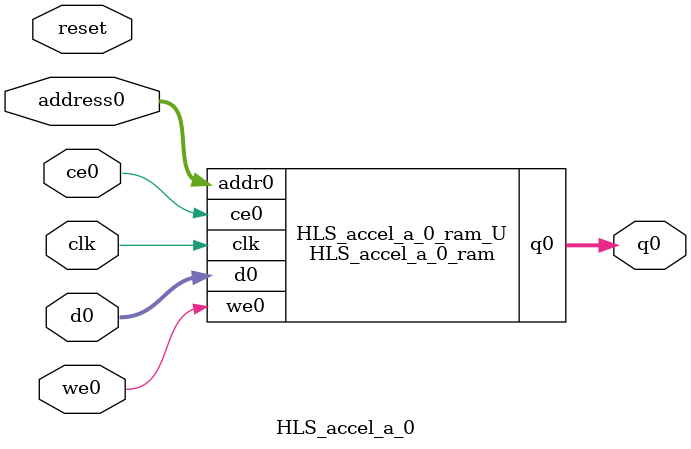
<source format=v>

`timescale 1 ns / 1 ps
module HLS_accel_a_0_ram (addr0, ce0, d0, we0, q0,  clk);

parameter DWIDTH = 32;
parameter AWIDTH = 5;
parameter MEM_SIZE = 32;

input[AWIDTH-1:0] addr0;
input ce0;
input[DWIDTH-1:0] d0;
input we0;
output reg[DWIDTH-1:0] q0;
input clk;

(* ram_style = "block" *)reg [DWIDTH-1:0] ram[0:MEM_SIZE-1];




always @(posedge clk)  
begin 
    if (ce0) 
    begin
        if (we0) 
        begin 
            ram[addr0] <= d0; 
            q0 <= d0;
        end 
        else 
            q0 <= ram[addr0];
    end
end


endmodule


`timescale 1 ns / 1 ps
module HLS_accel_a_0(
    reset,
    clk,
    address0,
    ce0,
    we0,
    d0,
    q0);

parameter DataWidth = 32'd32;
parameter AddressRange = 32'd32;
parameter AddressWidth = 32'd5;
input reset;
input clk;
input[AddressWidth - 1:0] address0;
input ce0;
input we0;
input[DataWidth - 1:0] d0;
output[DataWidth - 1:0] q0;



HLS_accel_a_0_ram HLS_accel_a_0_ram_U(
    .clk( clk ),
    .addr0( address0 ),
    .ce0( ce0 ),
    .d0( d0 ),
    .we0( we0 ),
    .q0( q0 ));

endmodule


</source>
